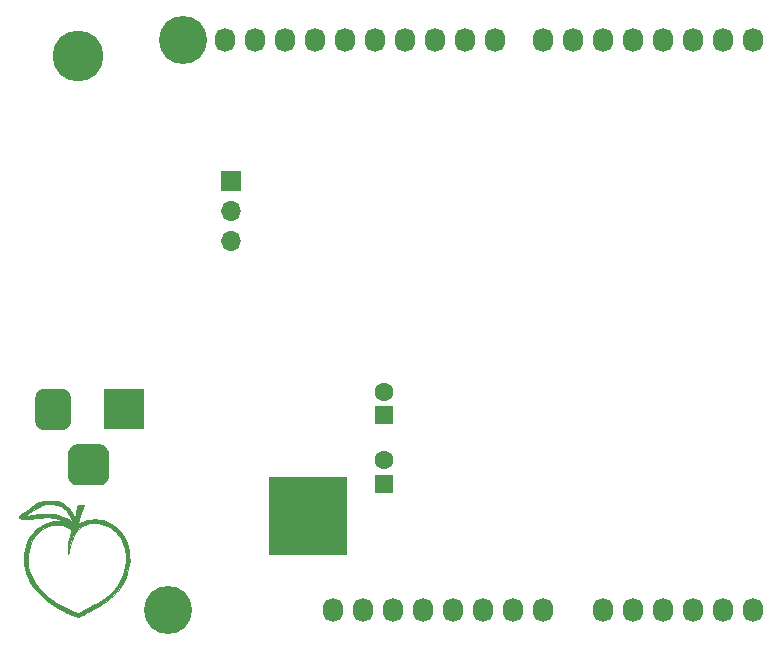
<source format=gbr>
G04 #@! TF.GenerationSoftware,KiCad,Pcbnew,(5.1.5)-3*
G04 #@! TF.CreationDate,2020-05-05T12:08:50+02:00*
G04 #@! TF.ProjectId,led_driver_test_board,6c65645f-6472-4697-9665-725f74657374,rev?*
G04 #@! TF.SameCoordinates,Original*
G04 #@! TF.FileFunction,Soldermask,Bot*
G04 #@! TF.FilePolarity,Negative*
%FSLAX46Y46*%
G04 Gerber Fmt 4.6, Leading zero omitted, Abs format (unit mm)*
G04 Created by KiCad (PCBNEW (5.1.5)-3) date 2020-05-05 12:08:51*
%MOMM*%
%LPD*%
G04 APERTURE LIST*
%ADD10C,0.100000*%
%ADD11C,0.010000*%
%ADD12C,4.300000*%
%ADD13O,1.700000X1.700000*%
%ADD14R,1.700000X1.700000*%
%ADD15R,3.500000X3.500000*%
%ADD16C,1.600000*%
%ADD17R,1.600000X1.600000*%
%ADD18O,1.727200X2.032000*%
%ADD19C,4.064000*%
G04 APERTURE END LIST*
D10*
G36*
X139998000Y-119115000D02*
G01*
X133498000Y-119115000D01*
X133498000Y-112615000D01*
X139998000Y-112615000D01*
X139998000Y-119115000D01*
G37*
X139998000Y-119115000D02*
X133498000Y-119115000D01*
X133498000Y-112615000D01*
X139998000Y-112615000D01*
X139998000Y-119115000D01*
D11*
G36*
X114805901Y-114593859D02*
G01*
X114689796Y-114595883D01*
X114598193Y-114600428D01*
X114522185Y-114608187D01*
X114452863Y-114619852D01*
X114381321Y-114636114D01*
X114368944Y-114639222D01*
X114176966Y-114693761D01*
X114000014Y-114757687D01*
X113829784Y-114835286D01*
X113657970Y-114930842D01*
X113476268Y-115048642D01*
X113276371Y-115192970D01*
X113234630Y-115224520D01*
X113055937Y-115359459D01*
X112905697Y-115470621D01*
X112779571Y-115561007D01*
X112673223Y-115633617D01*
X112582315Y-115691449D01*
X112502509Y-115737504D01*
X112462269Y-115758651D01*
X112366115Y-115814883D01*
X112308402Y-115868785D01*
X112285865Y-115925295D01*
X112295242Y-115989353D01*
X112300585Y-116003326D01*
X112342749Y-116052513D01*
X112422146Y-116093064D01*
X112534510Y-116124716D01*
X112675579Y-116147209D01*
X112841087Y-116160279D01*
X113026770Y-116163664D01*
X113228365Y-116157103D01*
X113441605Y-116140333D01*
X113662229Y-116113092D01*
X113780667Y-116094323D01*
X114005004Y-116062040D01*
X114240344Y-116039064D01*
X114475409Y-116025889D01*
X114698923Y-116023011D01*
X114899608Y-116030922D01*
X115002159Y-116040780D01*
X115319316Y-116092901D01*
X115634674Y-116169437D01*
X115934679Y-116266661D01*
X116158908Y-116358838D01*
X116236166Y-116396553D01*
X116280325Y-116422896D01*
X116290228Y-116436035D01*
X116264720Y-116434138D01*
X116202644Y-116415374D01*
X116192314Y-116411772D01*
X116067587Y-116376764D01*
X115915275Y-116348002D01*
X115749922Y-116327590D01*
X115586074Y-116317634D01*
X115537500Y-116317000D01*
X115240493Y-116336022D01*
X114947175Y-116393634D01*
X114655081Y-116490658D01*
X114361748Y-116627911D01*
X114064712Y-116806216D01*
X114061934Y-116808063D01*
X113793523Y-117011748D01*
X113553727Y-117245913D01*
X113343333Y-117509136D01*
X113163128Y-117799997D01*
X113013898Y-118117072D01*
X112896429Y-118458942D01*
X112811509Y-118824184D01*
X112765675Y-119150284D01*
X112746891Y-119540860D01*
X112767934Y-119936499D01*
X112827724Y-120331370D01*
X112925180Y-120719642D01*
X113059222Y-121095484D01*
X113172258Y-121344083D01*
X113279327Y-121545324D01*
X113395116Y-121734166D01*
X113524785Y-121917315D01*
X113673494Y-122101475D01*
X113846405Y-122293353D01*
X114048676Y-122499653D01*
X114100947Y-122550873D01*
X114526825Y-122938230D01*
X114969100Y-123286919D01*
X115428946Y-123597772D01*
X115907536Y-123871621D01*
X116098417Y-123968034D01*
X116211989Y-124021481D01*
X116343386Y-124080241D01*
X116486266Y-124141779D01*
X116634286Y-124203561D01*
X116781103Y-124263052D01*
X116920376Y-124317718D01*
X117045761Y-124365024D01*
X117150916Y-124402435D01*
X117229499Y-124427416D01*
X117272422Y-124437196D01*
X117296067Y-124436798D01*
X117328120Y-124430057D01*
X117372128Y-124415361D01*
X117431639Y-124391096D01*
X117510201Y-124355651D01*
X117611360Y-124307413D01*
X117738664Y-124244770D01*
X117895660Y-124166108D01*
X118085897Y-124069817D01*
X118130417Y-124047197D01*
X118380833Y-123919229D01*
X118597754Y-123806791D01*
X118785919Y-123707241D01*
X118950069Y-123617937D01*
X119094942Y-123536237D01*
X119225279Y-123459500D01*
X119345820Y-123385083D01*
X119461303Y-123310346D01*
X119506250Y-123280369D01*
X119783661Y-123080259D01*
X120055412Y-122858080D01*
X120313063Y-122621658D01*
X120548174Y-122378820D01*
X120752307Y-122137392D01*
X120785712Y-122093891D01*
X121011289Y-121765075D01*
X121203690Y-121421900D01*
X121362916Y-121067355D01*
X121488971Y-120704428D01*
X121581859Y-120336104D01*
X121641583Y-119965373D01*
X121668146Y-119595221D01*
X121663825Y-119354968D01*
X121357549Y-119354968D01*
X121356605Y-119604267D01*
X121342739Y-119853703D01*
X121316277Y-120089996D01*
X121286252Y-120260663D01*
X121183308Y-120658355D01*
X121047044Y-121035090D01*
X120876546Y-121392058D01*
X120670899Y-121730447D01*
X120429190Y-122051448D01*
X120150502Y-122356249D01*
X119833921Y-122646041D01*
X119478534Y-122922012D01*
X119083424Y-123185353D01*
X118996418Y-123238500D01*
X118931137Y-123276204D01*
X118838463Y-123327476D01*
X118723088Y-123389894D01*
X118589702Y-123461035D01*
X118442996Y-123538478D01*
X118287661Y-123619799D01*
X118128386Y-123702576D01*
X117969864Y-123784387D01*
X117816784Y-123862809D01*
X117673838Y-123935420D01*
X117545715Y-123999797D01*
X117437108Y-124053518D01*
X117352705Y-124094161D01*
X117297199Y-124119303D01*
X117276667Y-124126638D01*
X117255517Y-124119766D01*
X117201738Y-124100231D01*
X117122204Y-124070587D01*
X117023791Y-124033387D01*
X116959167Y-124008741D01*
X116424957Y-123783620D01*
X115920113Y-123528191D01*
X115444191Y-123242203D01*
X114996746Y-122925404D01*
X114881334Y-122835012D01*
X114539120Y-122546816D01*
X114235171Y-122260499D01*
X113970273Y-121976941D01*
X113745214Y-121697025D01*
X113560782Y-121421631D01*
X113465616Y-121250484D01*
X113314759Y-120914193D01*
X113198304Y-120566086D01*
X113116128Y-120210180D01*
X113068108Y-119850492D01*
X113054120Y-119491039D01*
X113074044Y-119135839D01*
X113127754Y-118788908D01*
X113215130Y-118454264D01*
X113336047Y-118135925D01*
X113490384Y-117837908D01*
X113573919Y-117706757D01*
X113671575Y-117578673D01*
X113794903Y-117440676D01*
X113932790Y-117303800D01*
X114074122Y-117179082D01*
X114206979Y-117078110D01*
X114405222Y-116954847D01*
X114618917Y-116844027D01*
X114834040Y-116752255D01*
X115036566Y-116686132D01*
X115043530Y-116684291D01*
X115252612Y-116644055D01*
X115478194Y-116625979D01*
X115704790Y-116630253D01*
X115916914Y-116657068D01*
X115988379Y-116672678D01*
X116190685Y-116735067D01*
X116386705Y-116818439D01*
X116565564Y-116917295D01*
X116716387Y-117026132D01*
X116755278Y-117060598D01*
X116819472Y-117120726D01*
X116719106Y-117327404D01*
X116600390Y-117616191D01*
X116509760Y-117935938D01*
X116475279Y-118105583D01*
X116458701Y-118228146D01*
X116447616Y-118372736D01*
X116442102Y-118527885D01*
X116442239Y-118682122D01*
X116448105Y-118823979D01*
X116459779Y-118941985D01*
X116469152Y-118994583D01*
X116497714Y-119121583D01*
X116516134Y-119005167D01*
X116563845Y-118746496D01*
X116625026Y-118483079D01*
X116697274Y-118222085D01*
X116778187Y-117970684D01*
X116865364Y-117736045D01*
X116956402Y-117525337D01*
X117048900Y-117345731D01*
X117100265Y-117261677D01*
X117258712Y-117058589D01*
X117447425Y-116884881D01*
X117665773Y-116740989D01*
X117913129Y-116627349D01*
X118102125Y-116566329D01*
X118171633Y-116548637D01*
X118236948Y-116535844D01*
X118306978Y-116527204D01*
X118390629Y-116521970D01*
X118496809Y-116519399D01*
X118634424Y-116518743D01*
X118670167Y-116518782D01*
X118815043Y-116519585D01*
X118927409Y-116522018D01*
X119017082Y-116527000D01*
X119093880Y-116535448D01*
X119167619Y-116548279D01*
X119248119Y-116566411D01*
X119289799Y-116576704D01*
X119544538Y-116650568D01*
X119770153Y-116738905D01*
X119978987Y-116847657D01*
X120183380Y-116982762D01*
X120271224Y-117049071D01*
X120515307Y-117265736D01*
X120731732Y-117513505D01*
X120921219Y-117793292D01*
X121060455Y-118054483D01*
X121150190Y-118262877D01*
X121222607Y-118478051D01*
X121281555Y-118712726D01*
X121319368Y-118909917D01*
X121345245Y-119119090D01*
X121357549Y-119354968D01*
X121663825Y-119354968D01*
X121661552Y-119228635D01*
X121621803Y-118868603D01*
X121548903Y-118518113D01*
X121442855Y-118180151D01*
X121303663Y-117857706D01*
X121131331Y-117553764D01*
X120925860Y-117271313D01*
X120780188Y-117106574D01*
X120524475Y-116865132D01*
X120253335Y-116662028D01*
X119964823Y-116496359D01*
X119656994Y-116367223D01*
X119327901Y-116273717D01*
X118975600Y-116214937D01*
X118828917Y-116201035D01*
X118675662Y-116197193D01*
X118498758Y-116205188D01*
X118314249Y-116223399D01*
X118138181Y-116250205D01*
X117986599Y-116283983D01*
X117974410Y-116287394D01*
X117858568Y-116325147D01*
X117731014Y-116374272D01*
X117603849Y-116429423D01*
X117489179Y-116485254D01*
X117399107Y-116536419D01*
X117376994Y-116551262D01*
X117315500Y-116595049D01*
X117315500Y-116550122D01*
X117320877Y-116506080D01*
X117335590Y-116430027D01*
X117355900Y-116338008D01*
X116772526Y-116338008D01*
X116771967Y-116338167D01*
X116749103Y-116328046D01*
X116700856Y-116301580D01*
X116640936Y-116266440D01*
X116329207Y-116101103D01*
X115991160Y-115962490D01*
X115634709Y-115852421D01*
X115267771Y-115772719D01*
X114898261Y-115725202D01*
X114534092Y-115711692D01*
X114281995Y-115723839D01*
X114153310Y-115736976D01*
X114001666Y-115755520D01*
X113845704Y-115777038D01*
X113704064Y-115799099D01*
X113699911Y-115799798D01*
X113561033Y-115821315D01*
X113421268Y-115839554D01*
X113286852Y-115854063D01*
X113164022Y-115864390D01*
X113059015Y-115870082D01*
X112978066Y-115870689D01*
X112927412Y-115865758D01*
X112912834Y-115856836D01*
X112929511Y-115829935D01*
X112939586Y-115824430D01*
X112964760Y-115808391D01*
X113016788Y-115770820D01*
X113089325Y-115716447D01*
X113176022Y-115650001D01*
X113230628Y-115607534D01*
X113448428Y-115441826D01*
X113642567Y-115304425D01*
X113817998Y-115192441D01*
X113979675Y-115102986D01*
X114132553Y-115033168D01*
X114281584Y-114980099D01*
X114331000Y-114965705D01*
X114627658Y-114903546D01*
X114921858Y-114880560D01*
X115209803Y-114896460D01*
X115487697Y-114950958D01*
X115751741Y-115043766D01*
X115827631Y-115079009D01*
X116012159Y-115189897D01*
X116190678Y-115335028D01*
X116355674Y-115506341D01*
X116499631Y-115695772D01*
X116615034Y-115895259D01*
X116641232Y-115951879D01*
X116673081Y-116028913D01*
X116705061Y-116113044D01*
X116734084Y-116195146D01*
X116757062Y-116266092D01*
X116770906Y-116316755D01*
X116772526Y-116338008D01*
X117355900Y-116338008D01*
X117357512Y-116330707D01*
X117384515Y-116216860D01*
X117414474Y-116097231D01*
X117445260Y-115980559D01*
X117474748Y-115875589D01*
X117498394Y-115798417D01*
X117538772Y-115681595D01*
X117589231Y-115546338D01*
X117644959Y-115404628D01*
X117701142Y-115268447D01*
X117752968Y-115149779D01*
X117791471Y-115068718D01*
X117845380Y-114962333D01*
X117322970Y-114962333D01*
X117255817Y-115168708D01*
X117214839Y-115306788D01*
X117173586Y-115467065D01*
X117135057Y-115635929D01*
X117102249Y-115799773D01*
X117078158Y-115944988D01*
X117069354Y-116015375D01*
X117060100Y-116083836D01*
X117049506Y-116131636D01*
X117040761Y-116147667D01*
X117026175Y-116129409D01*
X117007163Y-116083520D01*
X116999896Y-116060980D01*
X116954394Y-115935673D01*
X116889162Y-115791546D01*
X116811148Y-115642651D01*
X116727299Y-115503036D01*
X116713903Y-115482643D01*
X116533150Y-115246801D01*
X116328218Y-115045663D01*
X116099347Y-114879401D01*
X115846773Y-114748186D01*
X115570734Y-114652191D01*
X115564343Y-114650461D01*
X115486821Y-114630537D01*
X115418266Y-114615959D01*
X115349564Y-114605878D01*
X115271602Y-114599444D01*
X115175269Y-114595806D01*
X115051449Y-114594114D01*
X114955417Y-114593666D01*
X114805901Y-114593859D01*
G37*
X114805901Y-114593859D02*
X114689796Y-114595883D01*
X114598193Y-114600428D01*
X114522185Y-114608187D01*
X114452863Y-114619852D01*
X114381321Y-114636114D01*
X114368944Y-114639222D01*
X114176966Y-114693761D01*
X114000014Y-114757687D01*
X113829784Y-114835286D01*
X113657970Y-114930842D01*
X113476268Y-115048642D01*
X113276371Y-115192970D01*
X113234630Y-115224520D01*
X113055937Y-115359459D01*
X112905697Y-115470621D01*
X112779571Y-115561007D01*
X112673223Y-115633617D01*
X112582315Y-115691449D01*
X112502509Y-115737504D01*
X112462269Y-115758651D01*
X112366115Y-115814883D01*
X112308402Y-115868785D01*
X112285865Y-115925295D01*
X112295242Y-115989353D01*
X112300585Y-116003326D01*
X112342749Y-116052513D01*
X112422146Y-116093064D01*
X112534510Y-116124716D01*
X112675579Y-116147209D01*
X112841087Y-116160279D01*
X113026770Y-116163664D01*
X113228365Y-116157103D01*
X113441605Y-116140333D01*
X113662229Y-116113092D01*
X113780667Y-116094323D01*
X114005004Y-116062040D01*
X114240344Y-116039064D01*
X114475409Y-116025889D01*
X114698923Y-116023011D01*
X114899608Y-116030922D01*
X115002159Y-116040780D01*
X115319316Y-116092901D01*
X115634674Y-116169437D01*
X115934679Y-116266661D01*
X116158908Y-116358838D01*
X116236166Y-116396553D01*
X116280325Y-116422896D01*
X116290228Y-116436035D01*
X116264720Y-116434138D01*
X116202644Y-116415374D01*
X116192314Y-116411772D01*
X116067587Y-116376764D01*
X115915275Y-116348002D01*
X115749922Y-116327590D01*
X115586074Y-116317634D01*
X115537500Y-116317000D01*
X115240493Y-116336022D01*
X114947175Y-116393634D01*
X114655081Y-116490658D01*
X114361748Y-116627911D01*
X114064712Y-116806216D01*
X114061934Y-116808063D01*
X113793523Y-117011748D01*
X113553727Y-117245913D01*
X113343333Y-117509136D01*
X113163128Y-117799997D01*
X113013898Y-118117072D01*
X112896429Y-118458942D01*
X112811509Y-118824184D01*
X112765675Y-119150284D01*
X112746891Y-119540860D01*
X112767934Y-119936499D01*
X112827724Y-120331370D01*
X112925180Y-120719642D01*
X113059222Y-121095484D01*
X113172258Y-121344083D01*
X113279327Y-121545324D01*
X113395116Y-121734166D01*
X113524785Y-121917315D01*
X113673494Y-122101475D01*
X113846405Y-122293353D01*
X114048676Y-122499653D01*
X114100947Y-122550873D01*
X114526825Y-122938230D01*
X114969100Y-123286919D01*
X115428946Y-123597772D01*
X115907536Y-123871621D01*
X116098417Y-123968034D01*
X116211989Y-124021481D01*
X116343386Y-124080241D01*
X116486266Y-124141779D01*
X116634286Y-124203561D01*
X116781103Y-124263052D01*
X116920376Y-124317718D01*
X117045761Y-124365024D01*
X117150916Y-124402435D01*
X117229499Y-124427416D01*
X117272422Y-124437196D01*
X117296067Y-124436798D01*
X117328120Y-124430057D01*
X117372128Y-124415361D01*
X117431639Y-124391096D01*
X117510201Y-124355651D01*
X117611360Y-124307413D01*
X117738664Y-124244770D01*
X117895660Y-124166108D01*
X118085897Y-124069817D01*
X118130417Y-124047197D01*
X118380833Y-123919229D01*
X118597754Y-123806791D01*
X118785919Y-123707241D01*
X118950069Y-123617937D01*
X119094942Y-123536237D01*
X119225279Y-123459500D01*
X119345820Y-123385083D01*
X119461303Y-123310346D01*
X119506250Y-123280369D01*
X119783661Y-123080259D01*
X120055412Y-122858080D01*
X120313063Y-122621658D01*
X120548174Y-122378820D01*
X120752307Y-122137392D01*
X120785712Y-122093891D01*
X121011289Y-121765075D01*
X121203690Y-121421900D01*
X121362916Y-121067355D01*
X121488971Y-120704428D01*
X121581859Y-120336104D01*
X121641583Y-119965373D01*
X121668146Y-119595221D01*
X121663825Y-119354968D01*
X121357549Y-119354968D01*
X121356605Y-119604267D01*
X121342739Y-119853703D01*
X121316277Y-120089996D01*
X121286252Y-120260663D01*
X121183308Y-120658355D01*
X121047044Y-121035090D01*
X120876546Y-121392058D01*
X120670899Y-121730447D01*
X120429190Y-122051448D01*
X120150502Y-122356249D01*
X119833921Y-122646041D01*
X119478534Y-122922012D01*
X119083424Y-123185353D01*
X118996418Y-123238500D01*
X118931137Y-123276204D01*
X118838463Y-123327476D01*
X118723088Y-123389894D01*
X118589702Y-123461035D01*
X118442996Y-123538478D01*
X118287661Y-123619799D01*
X118128386Y-123702576D01*
X117969864Y-123784387D01*
X117816784Y-123862809D01*
X117673838Y-123935420D01*
X117545715Y-123999797D01*
X117437108Y-124053518D01*
X117352705Y-124094161D01*
X117297199Y-124119303D01*
X117276667Y-124126638D01*
X117255517Y-124119766D01*
X117201738Y-124100231D01*
X117122204Y-124070587D01*
X117023791Y-124033387D01*
X116959167Y-124008741D01*
X116424957Y-123783620D01*
X115920113Y-123528191D01*
X115444191Y-123242203D01*
X114996746Y-122925404D01*
X114881334Y-122835012D01*
X114539120Y-122546816D01*
X114235171Y-122260499D01*
X113970273Y-121976941D01*
X113745214Y-121697025D01*
X113560782Y-121421631D01*
X113465616Y-121250484D01*
X113314759Y-120914193D01*
X113198304Y-120566086D01*
X113116128Y-120210180D01*
X113068108Y-119850492D01*
X113054120Y-119491039D01*
X113074044Y-119135839D01*
X113127754Y-118788908D01*
X113215130Y-118454264D01*
X113336047Y-118135925D01*
X113490384Y-117837908D01*
X113573919Y-117706757D01*
X113671575Y-117578673D01*
X113794903Y-117440676D01*
X113932790Y-117303800D01*
X114074122Y-117179082D01*
X114206979Y-117078110D01*
X114405222Y-116954847D01*
X114618917Y-116844027D01*
X114834040Y-116752255D01*
X115036566Y-116686132D01*
X115043530Y-116684291D01*
X115252612Y-116644055D01*
X115478194Y-116625979D01*
X115704790Y-116630253D01*
X115916914Y-116657068D01*
X115988379Y-116672678D01*
X116190685Y-116735067D01*
X116386705Y-116818439D01*
X116565564Y-116917295D01*
X116716387Y-117026132D01*
X116755278Y-117060598D01*
X116819472Y-117120726D01*
X116719106Y-117327404D01*
X116600390Y-117616191D01*
X116509760Y-117935938D01*
X116475279Y-118105583D01*
X116458701Y-118228146D01*
X116447616Y-118372736D01*
X116442102Y-118527885D01*
X116442239Y-118682122D01*
X116448105Y-118823979D01*
X116459779Y-118941985D01*
X116469152Y-118994583D01*
X116497714Y-119121583D01*
X116516134Y-119005167D01*
X116563845Y-118746496D01*
X116625026Y-118483079D01*
X116697274Y-118222085D01*
X116778187Y-117970684D01*
X116865364Y-117736045D01*
X116956402Y-117525337D01*
X117048900Y-117345731D01*
X117100265Y-117261677D01*
X117258712Y-117058589D01*
X117447425Y-116884881D01*
X117665773Y-116740989D01*
X117913129Y-116627349D01*
X118102125Y-116566329D01*
X118171633Y-116548637D01*
X118236948Y-116535844D01*
X118306978Y-116527204D01*
X118390629Y-116521970D01*
X118496809Y-116519399D01*
X118634424Y-116518743D01*
X118670167Y-116518782D01*
X118815043Y-116519585D01*
X118927409Y-116522018D01*
X119017082Y-116527000D01*
X119093880Y-116535448D01*
X119167619Y-116548279D01*
X119248119Y-116566411D01*
X119289799Y-116576704D01*
X119544538Y-116650568D01*
X119770153Y-116738905D01*
X119978987Y-116847657D01*
X120183380Y-116982762D01*
X120271224Y-117049071D01*
X120515307Y-117265736D01*
X120731732Y-117513505D01*
X120921219Y-117793292D01*
X121060455Y-118054483D01*
X121150190Y-118262877D01*
X121222607Y-118478051D01*
X121281555Y-118712726D01*
X121319368Y-118909917D01*
X121345245Y-119119090D01*
X121357549Y-119354968D01*
X121663825Y-119354968D01*
X121661552Y-119228635D01*
X121621803Y-118868603D01*
X121548903Y-118518113D01*
X121442855Y-118180151D01*
X121303663Y-117857706D01*
X121131331Y-117553764D01*
X120925860Y-117271313D01*
X120780188Y-117106574D01*
X120524475Y-116865132D01*
X120253335Y-116662028D01*
X119964823Y-116496359D01*
X119656994Y-116367223D01*
X119327901Y-116273717D01*
X118975600Y-116214937D01*
X118828917Y-116201035D01*
X118675662Y-116197193D01*
X118498758Y-116205188D01*
X118314249Y-116223399D01*
X118138181Y-116250205D01*
X117986599Y-116283983D01*
X117974410Y-116287394D01*
X117858568Y-116325147D01*
X117731014Y-116374272D01*
X117603849Y-116429423D01*
X117489179Y-116485254D01*
X117399107Y-116536419D01*
X117376994Y-116551262D01*
X117315500Y-116595049D01*
X117315500Y-116550122D01*
X117320877Y-116506080D01*
X117335590Y-116430027D01*
X117355900Y-116338008D01*
X116772526Y-116338008D01*
X116771967Y-116338167D01*
X116749103Y-116328046D01*
X116700856Y-116301580D01*
X116640936Y-116266440D01*
X116329207Y-116101103D01*
X115991160Y-115962490D01*
X115634709Y-115852421D01*
X115267771Y-115772719D01*
X114898261Y-115725202D01*
X114534092Y-115711692D01*
X114281995Y-115723839D01*
X114153310Y-115736976D01*
X114001666Y-115755520D01*
X113845704Y-115777038D01*
X113704064Y-115799099D01*
X113699911Y-115799798D01*
X113561033Y-115821315D01*
X113421268Y-115839554D01*
X113286852Y-115854063D01*
X113164022Y-115864390D01*
X113059015Y-115870082D01*
X112978066Y-115870689D01*
X112927412Y-115865758D01*
X112912834Y-115856836D01*
X112929511Y-115829935D01*
X112939586Y-115824430D01*
X112964760Y-115808391D01*
X113016788Y-115770820D01*
X113089325Y-115716447D01*
X113176022Y-115650001D01*
X113230628Y-115607534D01*
X113448428Y-115441826D01*
X113642567Y-115304425D01*
X113817998Y-115192441D01*
X113979675Y-115102986D01*
X114132553Y-115033168D01*
X114281584Y-114980099D01*
X114331000Y-114965705D01*
X114627658Y-114903546D01*
X114921858Y-114880560D01*
X115209803Y-114896460D01*
X115487697Y-114950958D01*
X115751741Y-115043766D01*
X115827631Y-115079009D01*
X116012159Y-115189897D01*
X116190678Y-115335028D01*
X116355674Y-115506341D01*
X116499631Y-115695772D01*
X116615034Y-115895259D01*
X116641232Y-115951879D01*
X116673081Y-116028913D01*
X116705061Y-116113044D01*
X116734084Y-116195146D01*
X116757062Y-116266092D01*
X116770906Y-116316755D01*
X116772526Y-116338008D01*
X117355900Y-116338008D01*
X117357512Y-116330707D01*
X117384515Y-116216860D01*
X117414474Y-116097231D01*
X117445260Y-115980559D01*
X117474748Y-115875589D01*
X117498394Y-115798417D01*
X117538772Y-115681595D01*
X117589231Y-115546338D01*
X117644959Y-115404628D01*
X117701142Y-115268447D01*
X117752968Y-115149779D01*
X117791471Y-115068718D01*
X117845380Y-114962333D01*
X117322970Y-114962333D01*
X117255817Y-115168708D01*
X117214839Y-115306788D01*
X117173586Y-115467065D01*
X117135057Y-115635929D01*
X117102249Y-115799773D01*
X117078158Y-115944988D01*
X117069354Y-116015375D01*
X117060100Y-116083836D01*
X117049506Y-116131636D01*
X117040761Y-116147667D01*
X117026175Y-116129409D01*
X117007163Y-116083520D01*
X116999896Y-116060980D01*
X116954394Y-115935673D01*
X116889162Y-115791546D01*
X116811148Y-115642651D01*
X116727299Y-115503036D01*
X116713903Y-115482643D01*
X116533150Y-115246801D01*
X116328218Y-115045663D01*
X116099347Y-114879401D01*
X115846773Y-114748186D01*
X115570734Y-114652191D01*
X115564343Y-114650461D01*
X115486821Y-114630537D01*
X115418266Y-114615959D01*
X115349564Y-114605878D01*
X115271602Y-114599444D01*
X115175269Y-114595806D01*
X115051449Y-114594114D01*
X114955417Y-114593666D01*
X114805901Y-114593859D01*
D12*
X117298000Y-76965000D03*
D13*
X130223000Y-92655000D03*
X130223000Y-90115000D03*
D14*
X130223000Y-87575000D03*
D10*
G36*
X119158765Y-109819213D02*
G01*
X119243704Y-109831813D01*
X119326999Y-109852677D01*
X119407848Y-109881605D01*
X119485472Y-109918319D01*
X119559124Y-109962464D01*
X119628094Y-110013616D01*
X119691718Y-110071282D01*
X119749384Y-110134906D01*
X119800536Y-110203876D01*
X119844681Y-110277528D01*
X119881395Y-110355152D01*
X119910323Y-110436001D01*
X119931187Y-110519296D01*
X119943787Y-110604235D01*
X119948000Y-110690000D01*
X119948000Y-112440000D01*
X119943787Y-112525765D01*
X119931187Y-112610704D01*
X119910323Y-112693999D01*
X119881395Y-112774848D01*
X119844681Y-112852472D01*
X119800536Y-112926124D01*
X119749384Y-112995094D01*
X119691718Y-113058718D01*
X119628094Y-113116384D01*
X119559124Y-113167536D01*
X119485472Y-113211681D01*
X119407848Y-113248395D01*
X119326999Y-113277323D01*
X119243704Y-113298187D01*
X119158765Y-113310787D01*
X119073000Y-113315000D01*
X117323000Y-113315000D01*
X117237235Y-113310787D01*
X117152296Y-113298187D01*
X117069001Y-113277323D01*
X116988152Y-113248395D01*
X116910528Y-113211681D01*
X116836876Y-113167536D01*
X116767906Y-113116384D01*
X116704282Y-113058718D01*
X116646616Y-112995094D01*
X116595464Y-112926124D01*
X116551319Y-112852472D01*
X116514605Y-112774848D01*
X116485677Y-112693999D01*
X116464813Y-112610704D01*
X116452213Y-112525765D01*
X116448000Y-112440000D01*
X116448000Y-110690000D01*
X116452213Y-110604235D01*
X116464813Y-110519296D01*
X116485677Y-110436001D01*
X116514605Y-110355152D01*
X116551319Y-110277528D01*
X116595464Y-110203876D01*
X116646616Y-110134906D01*
X116704282Y-110071282D01*
X116767906Y-110013616D01*
X116836876Y-109962464D01*
X116910528Y-109918319D01*
X116988152Y-109881605D01*
X117069001Y-109852677D01*
X117152296Y-109831813D01*
X117237235Y-109819213D01*
X117323000Y-109815000D01*
X119073000Y-109815000D01*
X119158765Y-109819213D01*
G37*
G36*
X116021513Y-105118611D02*
G01*
X116094318Y-105129411D01*
X116165714Y-105147295D01*
X116235013Y-105172090D01*
X116301548Y-105203559D01*
X116364678Y-105241398D01*
X116423795Y-105285242D01*
X116478330Y-105334670D01*
X116527758Y-105389205D01*
X116571602Y-105448322D01*
X116609441Y-105511452D01*
X116640910Y-105577987D01*
X116665705Y-105647286D01*
X116683589Y-105718682D01*
X116694389Y-105791487D01*
X116698000Y-105865000D01*
X116698000Y-107865000D01*
X116694389Y-107938513D01*
X116683589Y-108011318D01*
X116665705Y-108082714D01*
X116640910Y-108152013D01*
X116609441Y-108218548D01*
X116571602Y-108281678D01*
X116527758Y-108340795D01*
X116478330Y-108395330D01*
X116423795Y-108444758D01*
X116364678Y-108488602D01*
X116301548Y-108526441D01*
X116235013Y-108557910D01*
X116165714Y-108582705D01*
X116094318Y-108600589D01*
X116021513Y-108611389D01*
X115948000Y-108615000D01*
X114448000Y-108615000D01*
X114374487Y-108611389D01*
X114301682Y-108600589D01*
X114230286Y-108582705D01*
X114160987Y-108557910D01*
X114094452Y-108526441D01*
X114031322Y-108488602D01*
X113972205Y-108444758D01*
X113917670Y-108395330D01*
X113868242Y-108340795D01*
X113824398Y-108281678D01*
X113786559Y-108218548D01*
X113755090Y-108152013D01*
X113730295Y-108082714D01*
X113712411Y-108011318D01*
X113701611Y-107938513D01*
X113698000Y-107865000D01*
X113698000Y-105865000D01*
X113701611Y-105791487D01*
X113712411Y-105718682D01*
X113730295Y-105647286D01*
X113755090Y-105577987D01*
X113786559Y-105511452D01*
X113824398Y-105448322D01*
X113868242Y-105389205D01*
X113917670Y-105334670D01*
X113972205Y-105285242D01*
X114031322Y-105241398D01*
X114094452Y-105203559D01*
X114160987Y-105172090D01*
X114230286Y-105147295D01*
X114301682Y-105129411D01*
X114374487Y-105118611D01*
X114448000Y-105115000D01*
X115948000Y-105115000D01*
X116021513Y-105118611D01*
G37*
D15*
X121198000Y-106865000D03*
D16*
X143198000Y-111165000D03*
D17*
X143198000Y-113165000D03*
X143198000Y-107365000D03*
D16*
X143198000Y-105365000D03*
D18*
X156718000Y-123825000D03*
X154178000Y-123825000D03*
X151638000Y-123825000D03*
X149098000Y-123825000D03*
X146558000Y-123825000D03*
X144018000Y-123825000D03*
X141478000Y-123825000D03*
X138938000Y-123825000D03*
X174498000Y-123825000D03*
X171958000Y-123825000D03*
X169418000Y-123825000D03*
X166878000Y-123825000D03*
X164338000Y-123825000D03*
X161798000Y-123825000D03*
X152654000Y-75565000D03*
X150114000Y-75565000D03*
X147574000Y-75565000D03*
X145034000Y-75565000D03*
X142494000Y-75565000D03*
X139954000Y-75565000D03*
X137414000Y-75565000D03*
X134874000Y-75565000D03*
X132334000Y-75565000D03*
X129794000Y-75565000D03*
X174498000Y-75565000D03*
X171958000Y-75565000D03*
X169418000Y-75565000D03*
X166878000Y-75565000D03*
X164338000Y-75565000D03*
X161798000Y-75565000D03*
X159258000Y-75565000D03*
X156718000Y-75565000D03*
D19*
X124968000Y-123825000D03*
X126238000Y-75565000D03*
M02*

</source>
